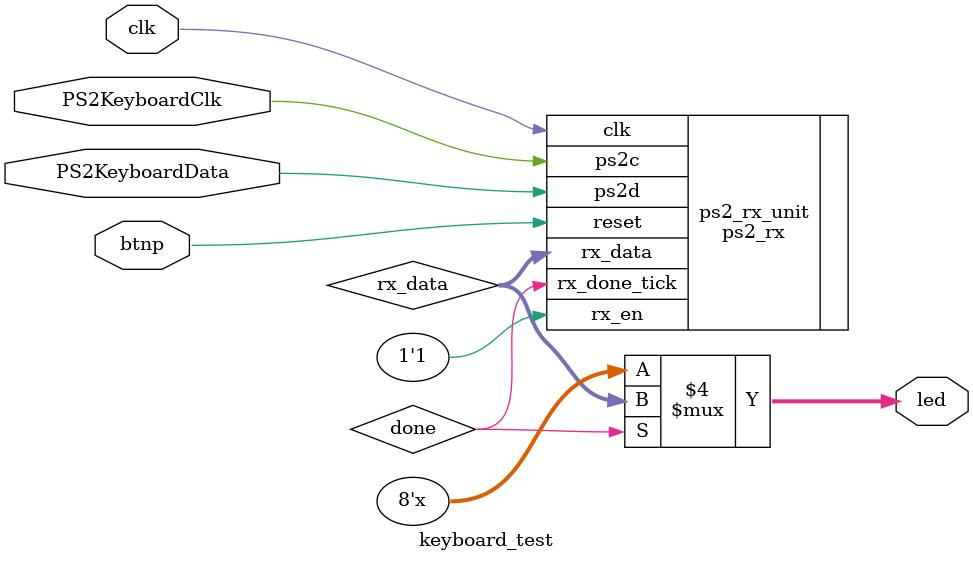
<source format=v>
`timescale 1ns / 1ps
module keyboard_test(
		input clk, btnp, PS2KeyboardData, PS2KeyboardClk,
		output reg[7:0] led
    );
	 wire [7:0] rx_data;
	 wire done;
    // instantiate ps2 receiver
    ps2_rx ps2_rx_unit (.clk(clk), .reset(btnp), .rx_en(1'b1), .ps2d(PS2KeyboardData), .ps2c(PS2KeyboardClk), .rx_done_tick(done), .rx_data(rx_data));
	
	always@(*)
	begin
		if(done == 1'b1) led = rx_data; 
	end
	
	
endmodule

</source>
